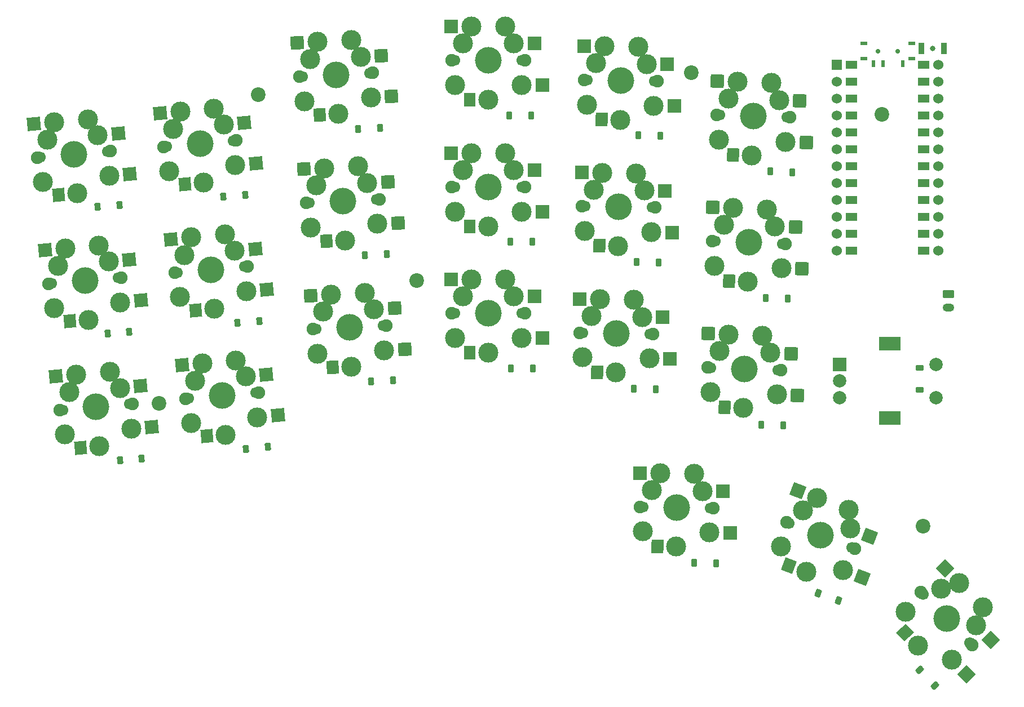
<source format=gts>
G04 #@! TF.GenerationSoftware,KiCad,Pcbnew,8.0.4*
G04 #@! TF.CreationDate,2024-08-27T16:31:29+02:00*
G04 #@! TF.ProjectId,totem_0_3,746f7465-6d5f-4305-9f33-2e6b69636164,0.3*
G04 #@! TF.SameCoordinates,Original*
G04 #@! TF.FileFunction,Soldermask,Top*
G04 #@! TF.FilePolarity,Negative*
%FSLAX46Y46*%
G04 Gerber Fmt 4.6, Leading zero omitted, Abs format (unit mm)*
G04 Created by KiCad (PCBNEW 8.0.4) date 2024-08-27 16:31:29*
%MOMM*%
%LPD*%
G01*
G04 APERTURE LIST*
G04 Aperture macros list*
%AMRoundRect*
0 Rectangle with rounded corners*
0 $1 Rounding radius*
0 $2 $3 $4 $5 $6 $7 $8 $9 X,Y pos of 4 corners*
0 Add a 4 corners polygon primitive as box body*
4,1,4,$2,$3,$4,$5,$6,$7,$8,$9,$2,$3,0*
0 Add four circle primitives for the rounded corners*
1,1,$1+$1,$2,$3*
1,1,$1+$1,$4,$5*
1,1,$1+$1,$6,$7*
1,1,$1+$1,$8,$9*
0 Add four rect primitives between the rounded corners*
20,1,$1+$1,$2,$3,$4,$5,0*
20,1,$1+$1,$4,$5,$6,$7,0*
20,1,$1+$1,$6,$7,$8,$9,0*
20,1,$1+$1,$8,$9,$2,$3,0*%
%AMRotRect*
0 Rectangle, with rotation*
0 The origin of the aperture is its center*
0 $1 length*
0 $2 width*
0 $3 Rotation angle, in degrees counterclockwise*
0 Add horizontal line*
21,1,$1,$2,0,0,$3*%
%AMFreePoly0*
4,1,6,0.600000,0.200000,0.000000,-0.400000,-0.600000,0.200000,-0.600000,0.400000,0.600000,0.400000,0.600000,0.200000,0.600000,0.200000,$1*%
%AMFreePoly1*
4,1,6,0.600000,-0.250000,-0.600000,-0.250000,-0.600000,1.000000,0.000000,0.400000,0.600000,1.000000,0.600000,-0.250000,0.600000,-0.250000,$1*%
G04 Aperture macros list end*
%ADD10C,0.200000*%
%ADD11C,2.200000*%
%ADD12RoundRect,0.225000X0.237950X0.366919X-0.211776X0.382624X-0.237950X-0.366919X0.211776X-0.382624X0*%
%ADD13RoundRect,0.225000X0.426051X0.098645X0.113454X0.422348X-0.426051X-0.098645X-0.113454X-0.422348X0*%
%ADD14C,1.900000*%
%ADD15C,1.700000*%
%ADD16C,3.000000*%
%ADD17C,4.000000*%
%ADD18RotRect,2.000000X2.000000X178.000000*%
%ADD19RotRect,1.800000X2.000000X178.000000*%
%ADD20RoundRect,0.225000X0.205066X0.386262X-0.244318X0.362710X-0.205066X-0.386262X0.244318X-0.362710X0*%
%ADD21RoundRect,0.225000X0.191460X0.393183X-0.256827X0.353963X-0.191460X-0.393183X0.256827X-0.353963X0*%
%ADD22RotRect,2.000000X2.000000X185.000000*%
%ADD23RotRect,1.800000X2.000000X185.000000*%
%ADD24R,0.600000X1.000000*%
%ADD25R,1.000000X0.600000*%
%ADD26R,1.100000X0.600000*%
%ADD27C,0.700000*%
%ADD28RoundRect,0.225000X0.225000X0.375000X-0.225000X0.375000X-0.225000X-0.375000X0.225000X-0.375000X0*%
%ADD29RoundRect,0.225000X0.375000X-0.225000X0.375000X0.225000X-0.375000X0.225000X-0.375000X-0.225000X0*%
%ADD30RotRect,2.000000X2.000000X183.000000*%
%ADD31RotRect,1.800000X2.000000X183.000000*%
%ADD32RoundRect,0.250000X-0.625000X0.350000X-0.625000X-0.350000X0.625000X-0.350000X0.625000X0.350000X0*%
%ADD33O,1.750000X1.200000*%
%ADD34R,2.000000X2.000000*%
%ADD35R,1.800000X2.000000*%
%ADD36RoundRect,0.225000X0.231510X0.371016X-0.218421X0.378870X-0.231510X-0.371016X0.218421X-0.378870X0*%
%ADD37RotRect,2.000000X2.000000X179.000000*%
%ADD38RotRect,1.800000X2.000000X179.000000*%
%ADD39C,1.524000*%
%ADD40FreePoly0,270.000000*%
%ADD41FreePoly0,90.000000*%
%ADD42R,1.524000X1.524000*%
%ADD43FreePoly1,270.000000*%
%ADD44FreePoly1,90.000000*%
%ADD45RotRect,2.000000X2.000000X134.000000*%
%ADD46RotRect,1.800000X2.000000X134.000000*%
%ADD47C,2.000000*%
%ADD48R,3.200000X2.000000*%
%ADD49RotRect,2.000000X2.000000X159.000000*%
%ADD50RotRect,1.800000X2.000000X159.000000*%
%ADD51RoundRect,0.225000X0.344444X0.269460X-0.075668X0.430725X-0.344444X-0.269460X0.075668X-0.430725X0*%
%ADD52C,0.800000*%
%ADD53R,0.900000X1.700000*%
G04 APERTURE END LIST*
D10*
X161085803Y-56155359D02*
X160069803Y-56155359D01*
X160069803Y-55139359D01*
X161085803Y-55139359D01*
X161085803Y-56155359D01*
G36*
X161085803Y-56155359D02*
G01*
X160069803Y-56155359D01*
X160069803Y-55139359D01*
X161085803Y-55139359D01*
X161085803Y-56155359D01*
G37*
X161085803Y-58695359D02*
X160069803Y-58695359D01*
X160069803Y-57679359D01*
X161085803Y-57679359D01*
X161085803Y-58695359D01*
G36*
X161085803Y-58695359D02*
G01*
X160069803Y-58695359D01*
X160069803Y-57679359D01*
X161085803Y-57679359D01*
X161085803Y-58695359D01*
G37*
X161085803Y-61235359D02*
X160069803Y-61235359D01*
X160069803Y-60219359D01*
X161085803Y-60219359D01*
X161085803Y-61235359D01*
G36*
X161085803Y-61235359D02*
G01*
X160069803Y-61235359D01*
X160069803Y-60219359D01*
X161085803Y-60219359D01*
X161085803Y-61235359D01*
G37*
X161085803Y-63775359D02*
X160069803Y-63775359D01*
X160069803Y-62759359D01*
X161085803Y-62759359D01*
X161085803Y-63775359D01*
G36*
X161085803Y-63775359D02*
G01*
X160069803Y-63775359D01*
X160069803Y-62759359D01*
X161085803Y-62759359D01*
X161085803Y-63775359D01*
G37*
X161085803Y-66315359D02*
X160069803Y-66315359D01*
X160069803Y-65299359D01*
X161085803Y-65299359D01*
X161085803Y-66315359D01*
G36*
X161085803Y-66315359D02*
G01*
X160069803Y-66315359D01*
X160069803Y-65299359D01*
X161085803Y-65299359D01*
X161085803Y-66315359D01*
G37*
X161085803Y-68855359D02*
X160069803Y-68855359D01*
X160069803Y-67839359D01*
X161085803Y-67839359D01*
X161085803Y-68855359D01*
G36*
X161085803Y-68855359D02*
G01*
X160069803Y-68855359D01*
X160069803Y-67839359D01*
X161085803Y-67839359D01*
X161085803Y-68855359D01*
G37*
X161085803Y-71395359D02*
X160069803Y-71395359D01*
X160069803Y-70379359D01*
X161085803Y-70379359D01*
X161085803Y-71395359D01*
G36*
X161085803Y-71395359D02*
G01*
X160069803Y-71395359D01*
X160069803Y-70379359D01*
X161085803Y-70379359D01*
X161085803Y-71395359D01*
G37*
X161085803Y-73935360D02*
X160069803Y-73935359D01*
X160069803Y-72919359D01*
X161085803Y-72919359D01*
X161085803Y-73935360D01*
G36*
X161085803Y-73935360D02*
G01*
X160069803Y-73935359D01*
X160069803Y-72919359D01*
X161085803Y-72919359D01*
X161085803Y-73935360D01*
G37*
X161085803Y-76475359D02*
X160069803Y-76475359D01*
X160069803Y-75459359D01*
X161085803Y-75459359D01*
X161085803Y-76475359D01*
G36*
X161085803Y-76475359D02*
G01*
X160069803Y-76475359D01*
X160069803Y-75459359D01*
X161085803Y-75459359D01*
X161085803Y-76475359D01*
G37*
X161085803Y-79015359D02*
X160069803Y-79015359D01*
X160069803Y-77999359D01*
X161085803Y-77999359D01*
X161085803Y-79015359D01*
G36*
X161085803Y-79015359D02*
G01*
X160069803Y-79015359D01*
X160069803Y-77999359D01*
X161085803Y-77999359D01*
X161085803Y-79015359D01*
G37*
X161085803Y-81555359D02*
X160069803Y-81555359D01*
X160069803Y-80539359D01*
X161085803Y-80539359D01*
X161085803Y-81555359D01*
G36*
X161085803Y-81555359D02*
G01*
X160069803Y-81555359D01*
X160069803Y-80539359D01*
X161085803Y-80539359D01*
X161085803Y-81555359D01*
G37*
X161085803Y-84095359D02*
X160069803Y-84095359D01*
X160069804Y-83079359D01*
X161085803Y-83079359D01*
X161085803Y-84095359D01*
G36*
X161085803Y-84095359D02*
G01*
X160069803Y-84095359D01*
X160069804Y-83079359D01*
X161085803Y-83079359D01*
X161085803Y-84095359D01*
G37*
X172261802Y-56155359D02*
X171245803Y-56155359D01*
X171245803Y-55139359D01*
X172261803Y-55139359D01*
X172261802Y-56155359D01*
G36*
X172261802Y-56155359D02*
G01*
X171245803Y-56155359D01*
X171245803Y-55139359D01*
X172261803Y-55139359D01*
X172261802Y-56155359D01*
G37*
X172261803Y-58695359D02*
X171245803Y-58695359D01*
X171245803Y-57679359D01*
X172261803Y-57679359D01*
X172261803Y-58695359D01*
G36*
X172261803Y-58695359D02*
G01*
X171245803Y-58695359D01*
X171245803Y-57679359D01*
X172261803Y-57679359D01*
X172261803Y-58695359D01*
G37*
X172261803Y-61235359D02*
X171245803Y-61235359D01*
X171245803Y-60219359D01*
X172261803Y-60219359D01*
X172261803Y-61235359D01*
G36*
X172261803Y-61235359D02*
G01*
X171245803Y-61235359D01*
X171245803Y-60219359D01*
X172261803Y-60219359D01*
X172261803Y-61235359D01*
G37*
X172261803Y-63775359D02*
X171245803Y-63775359D01*
X171245803Y-62759359D01*
X172261803Y-62759359D01*
X172261803Y-63775359D01*
G36*
X172261803Y-63775359D02*
G01*
X171245803Y-63775359D01*
X171245803Y-62759359D01*
X172261803Y-62759359D01*
X172261803Y-63775359D01*
G37*
X172261803Y-65299359D02*
X172261803Y-66315359D01*
X171245803Y-66315359D01*
X171245803Y-65299358D01*
X172261803Y-65299359D01*
G36*
X172261803Y-65299359D02*
G01*
X172261803Y-66315359D01*
X171245803Y-66315359D01*
X171245803Y-65299358D01*
X172261803Y-65299359D01*
G37*
X172261803Y-68855359D02*
X171245803Y-68855359D01*
X171245803Y-67839359D01*
X172261803Y-67839359D01*
X172261803Y-68855359D01*
G36*
X172261803Y-68855359D02*
G01*
X171245803Y-68855359D01*
X171245803Y-67839359D01*
X172261803Y-67839359D01*
X172261803Y-68855359D01*
G37*
X172261803Y-71395359D02*
X171245803Y-71395359D01*
X171245803Y-70379359D01*
X172261803Y-70379359D01*
X172261803Y-71395359D01*
G36*
X172261803Y-71395359D02*
G01*
X171245803Y-71395359D01*
X171245803Y-70379359D01*
X172261803Y-70379359D01*
X172261803Y-71395359D01*
G37*
X172261803Y-73935359D02*
X171245803Y-73935359D01*
X171245803Y-72919359D01*
X172261803Y-72919359D01*
X172261803Y-73935359D01*
G36*
X172261803Y-73935359D02*
G01*
X171245803Y-73935359D01*
X171245803Y-72919359D01*
X172261803Y-72919359D01*
X172261803Y-73935359D01*
G37*
X172261803Y-76475359D02*
X171245803Y-76475359D01*
X171245803Y-75459359D01*
X172261803Y-75459359D01*
X172261803Y-76475359D01*
G36*
X172261803Y-76475359D02*
G01*
X171245803Y-76475359D01*
X171245803Y-75459359D01*
X172261803Y-75459359D01*
X172261803Y-76475359D01*
G37*
X172261803Y-79015359D02*
X171245803Y-79015359D01*
X171245803Y-77999359D01*
X172261803Y-77999359D01*
X172261803Y-79015359D01*
G36*
X172261803Y-79015359D02*
G01*
X171245803Y-79015359D01*
X171245803Y-77999359D01*
X172261803Y-77999359D01*
X172261803Y-79015359D01*
G37*
X172261803Y-81555359D02*
X171245803Y-81555359D01*
X171245803Y-80539359D01*
X172261803Y-80539359D01*
X172261803Y-81555359D01*
G36*
X172261803Y-81555359D02*
G01*
X171245803Y-81555359D01*
X171245803Y-80539359D01*
X172261803Y-80539359D01*
X172261803Y-81555359D01*
G37*
X172261803Y-84095359D02*
X171245803Y-84095359D01*
X171245803Y-83079359D01*
X172261803Y-83079359D01*
X172261803Y-84095359D01*
G36*
X172261803Y-84095359D02*
G01*
X171245803Y-84095359D01*
X171245803Y-83079359D01*
X172261803Y-83079359D01*
X172261803Y-84095359D01*
G37*
D11*
X95440800Y-88088400D03*
X165265400Y-63145600D03*
X136665000Y-56846400D03*
X171463000Y-125045400D03*
X56756600Y-106528800D03*
X71666400Y-60199200D03*
D12*
X150443764Y-109876821D03*
X147145774Y-109761653D03*
D13*
X173227579Y-149022003D03*
X170935207Y-146648181D03*
D14*
X139154668Y-101186064D03*
D15*
X139574413Y-101200722D03*
D16*
X139525236Y-104901260D03*
X140932284Y-98706591D03*
X142290155Y-96212461D03*
D17*
X144651318Y-101378011D03*
D16*
X144445411Y-107274417D03*
X147367060Y-96389750D03*
X148547642Y-98972525D03*
X149519144Y-105250255D03*
D15*
X149728223Y-101555300D03*
D14*
X150147968Y-101569958D03*
D18*
X139232019Y-96105668D03*
X152617256Y-105358442D03*
D19*
X141647117Y-107176698D03*
D18*
X151635759Y-99080365D03*
D20*
X89900106Y-65168417D03*
X86604628Y-65341125D03*
D21*
X54162291Y-114840647D03*
X50874849Y-115128261D03*
D14*
X57427684Y-68017449D03*
D15*
X57846086Y-67980843D03*
D16*
X58248258Y-71659791D03*
X58889878Y-65339821D03*
X59933669Y-62698799D03*
D17*
X62906755Y-67538092D03*
D16*
X63420974Y-73415641D03*
X64994338Y-62256047D03*
X66480881Y-64675694D03*
X68210205Y-70788234D03*
D15*
X67967424Y-67095341D03*
D14*
X68385826Y-67058735D03*
D22*
X56885314Y-62965495D03*
X71298408Y-70518051D03*
D23*
X60631629Y-73659677D03*
D22*
X69559123Y-64406383D03*
D12*
X151185638Y-90815700D03*
X147887648Y-90700532D03*
D24*
X163988400Y-55492400D03*
X165488400Y-55492400D03*
X168388400Y-55492400D03*
D25*
X162588400Y-54785400D03*
D26*
X169788400Y-54785400D03*
D27*
X164738400Y-53642400D03*
X167638400Y-53642400D03*
D26*
X162588400Y-52499400D03*
D25*
X169788400Y-52499400D03*
D28*
X112850096Y-101354821D03*
X109550096Y-101354821D03*
D29*
X170980400Y-104495800D03*
X170980400Y-101195800D03*
D14*
X77866346Y-57477196D03*
D15*
X78285770Y-57455215D03*
D16*
X78559303Y-61145957D03*
X79421096Y-54852229D03*
X80556422Y-52249243D03*
D17*
X83358808Y-57189348D03*
D16*
X83667590Y-63081262D03*
X85629460Y-51983377D03*
X87030653Y-54453429D03*
X88545599Y-60622597D03*
D15*
X88431846Y-56923481D03*
D14*
X88851270Y-56901500D03*
D30*
X77500616Y-52409391D03*
X91641350Y-60460356D03*
D31*
X80871427Y-63227803D03*
D30*
X90116418Y-54291711D03*
D32*
X175298400Y-90145800D03*
D33*
X175298400Y-92145800D03*
D12*
X151823317Y-71827187D03*
X148525327Y-71712019D03*
D28*
X112596095Y-63280222D03*
X109296095Y-63280222D03*
D20*
X90951349Y-84142363D03*
X87655871Y-84315071D03*
D14*
X100721522Y-74041942D03*
D15*
X101141522Y-74041942D03*
D16*
X101221522Y-77741942D03*
X102411522Y-71501942D03*
X103681522Y-68961942D03*
D17*
X106221522Y-74041942D03*
D16*
X106221522Y-79941942D03*
X108761522Y-68961942D03*
X110031522Y-71501942D03*
X111221522Y-77741942D03*
D15*
X111301522Y-74041942D03*
D14*
X111721522Y-74041942D03*
D34*
X100621522Y-68961942D03*
X114321522Y-77741942D03*
D35*
X103421522Y-79941942D03*
D34*
X113121522Y-71501942D03*
D21*
X71820521Y-94167593D03*
X68533079Y-94455207D03*
D36*
X131324436Y-104408977D03*
X128024938Y-104351383D03*
D14*
X140480850Y-63209210D03*
D15*
X140900595Y-63223868D03*
D16*
X140851418Y-66924406D03*
X142258466Y-60729737D03*
X143616337Y-58235607D03*
D17*
X145977500Y-63401157D03*
D16*
X145771593Y-69297563D03*
X148693242Y-58412896D03*
X149873824Y-60995671D03*
X150845326Y-67273401D03*
D15*
X151054405Y-63578446D03*
D14*
X151474150Y-63593104D03*
D18*
X140558201Y-58128814D03*
X153943438Y-67381588D03*
D19*
X142973299Y-69199844D03*
D18*
X152961941Y-61103511D03*
D36*
X131988929Y-66340177D03*
X128689431Y-66282583D03*
D14*
X40155945Y-88601105D03*
D15*
X40574347Y-88564499D03*
D16*
X40976519Y-92243447D03*
X41618139Y-85923477D03*
X42661930Y-83282455D03*
D17*
X45635016Y-88121748D03*
D16*
X46149235Y-93999297D03*
X47722599Y-82839703D03*
X49209142Y-85259350D03*
X50938466Y-91371890D03*
D15*
X50695685Y-87678997D03*
D14*
X51114087Y-87642391D03*
D22*
X39613575Y-83549151D03*
X54026669Y-91101707D03*
D23*
X43359890Y-94243333D03*
D22*
X52287384Y-84990039D03*
D20*
X91857728Y-103105901D03*
X88562250Y-103278609D03*
D21*
X73050737Y-113114114D03*
X69763295Y-113401728D03*
D14*
X100721521Y-55041941D03*
D15*
X101141521Y-55041941D03*
D16*
X101221521Y-58741941D03*
X102411521Y-52501941D03*
X103681521Y-49961941D03*
D17*
X106221521Y-55041941D03*
D16*
X106221521Y-60941941D03*
X108761521Y-49961941D03*
X110031521Y-52501941D03*
X111221521Y-58741941D03*
D15*
X111301521Y-55041941D03*
D14*
X111721521Y-55041941D03*
D34*
X100621521Y-49961941D03*
X114321521Y-58741941D03*
D35*
X103421521Y-60941941D03*
D34*
X113121521Y-52501941D03*
D14*
X120605548Y-57951737D03*
D15*
X121025484Y-57959067D03*
D16*
X121040898Y-61659899D03*
X122339619Y-55441618D03*
X123653755Y-52924170D03*
D17*
X126104710Y-58047725D03*
D16*
X126001741Y-63946826D03*
X128732981Y-53012828D03*
X129958459Y-55574606D03*
X131039375Y-61834424D03*
D15*
X131183936Y-58136383D03*
D14*
X131603872Y-58143713D03*
D37*
X120594221Y-52870765D03*
X134138902Y-61888526D03*
D38*
X123202167Y-63897960D03*
D37*
X133047988Y-55628533D03*
D21*
X52292906Y-95804938D03*
X49005464Y-96092552D03*
D39*
X173785803Y-55647359D03*
D40*
X172007803Y-55647359D03*
D41*
X160323803Y-55647359D03*
D39*
X158545803Y-55647359D03*
D42*
X158545803Y-55647359D03*
D39*
X173785803Y-58187359D03*
D40*
X172007803Y-58187359D03*
D41*
X160323803Y-58187359D03*
D39*
X158545803Y-58187359D03*
X173785803Y-60727359D03*
D40*
X172007803Y-60727359D03*
D41*
X160323803Y-60727359D03*
D39*
X158545803Y-60727359D03*
X173785803Y-63267359D03*
D41*
X160323803Y-63267359D03*
D39*
X158545803Y-63267359D03*
D40*
X172007803Y-63267360D03*
D39*
X173785803Y-65807359D03*
D40*
X172007803Y-65807359D03*
D41*
X160323803Y-65807359D03*
D39*
X158545803Y-65807359D03*
X173785803Y-68347359D03*
D40*
X172007803Y-68347359D03*
D41*
X160323803Y-68347359D03*
D39*
X158545803Y-68347359D03*
X173785803Y-70887359D03*
D40*
X172007803Y-70887359D03*
D41*
X160323803Y-70887359D03*
D39*
X158545803Y-70887359D03*
X173785803Y-73427359D03*
D40*
X172007803Y-73427359D03*
D41*
X160323803Y-73427359D03*
D39*
X158545803Y-73427359D03*
D41*
X160323803Y-75967358D03*
D39*
X173785803Y-75967359D03*
D40*
X172007803Y-75967359D03*
D39*
X158545803Y-75967359D03*
X173785803Y-78507359D03*
D40*
X172007803Y-78507359D03*
D41*
X160323803Y-78507359D03*
D39*
X158545803Y-78507359D03*
X173785803Y-81047359D03*
D40*
X172007803Y-81047359D03*
D41*
X160323803Y-81047359D03*
D39*
X158545803Y-81047359D03*
X173785803Y-83587359D03*
D40*
X172007803Y-83587359D03*
D41*
X160323803Y-83587359D03*
D39*
X158545803Y-83587359D03*
D43*
X170991803Y-55647359D03*
X170991803Y-58187359D03*
X170991803Y-60727359D03*
X170991803Y-63267359D03*
X170991803Y-65807359D03*
X170991803Y-68347359D03*
X170991803Y-70887359D03*
X170991803Y-73427359D03*
X170991803Y-75967359D03*
X170991803Y-78507359D03*
X170991803Y-81047359D03*
X170991803Y-83587359D03*
D44*
X161339803Y-83587359D03*
X161339803Y-81047359D03*
X161339803Y-78507359D03*
X161339803Y-75967359D03*
X161339803Y-73427359D03*
X161339803Y-70887359D03*
X161339803Y-68347359D03*
X161339803Y-65807359D03*
X161339803Y-63267359D03*
X161339803Y-60727359D03*
X161339803Y-58187359D03*
X161339803Y-55647359D03*
D14*
X128987148Y-122107790D03*
D15*
X129407084Y-122115120D03*
D16*
X129422498Y-125815952D03*
X130721219Y-119597671D03*
X132035355Y-117080223D03*
D17*
X134486310Y-122203778D03*
D16*
X134383341Y-128102879D03*
X137114581Y-117168881D03*
X138340059Y-119730659D03*
X139420975Y-125990477D03*
D15*
X139565536Y-122292436D03*
D14*
X139985472Y-122299766D03*
D37*
X128975821Y-117026818D03*
X142520502Y-126044579D03*
D38*
X131583767Y-128054013D03*
D37*
X141429588Y-119784586D03*
D21*
X50795456Y-76762961D03*
X47508014Y-77050575D03*
D14*
X78860731Y-76451153D03*
D15*
X79280155Y-76429172D03*
D16*
X79553688Y-80119914D03*
X80415481Y-73826186D03*
X81550807Y-71223200D03*
D17*
X84353193Y-76163305D03*
D16*
X84661975Y-82055219D03*
X86623845Y-70957334D03*
X88025038Y-73427386D03*
X89539984Y-79596554D03*
D15*
X89426231Y-75897438D03*
D14*
X89845655Y-75875457D03*
D30*
X78495001Y-71383348D03*
X92635735Y-79434313D03*
D31*
X81865812Y-82201760D03*
D30*
X91110803Y-73265668D03*
D14*
X171169454Y-134955226D03*
D15*
X171461210Y-135257349D03*
D16*
X168855226Y-137885132D03*
X174170550Y-134406478D03*
X176879889Y-133555607D03*
D17*
X174990075Y-138911595D03*
D16*
X170745970Y-143010079D03*
X180408753Y-137209854D03*
X179463846Y-139887847D03*
X175801810Y-145078530D03*
D15*
X178518940Y-142565841D03*
D14*
X178810696Y-142867964D03*
D45*
X174754234Y-131354428D03*
X177955251Y-147308483D03*
D46*
X168800927Y-140995928D03*
D45*
X181610341Y-142110607D03*
D14*
X139817759Y-82197639D03*
D15*
X140237504Y-82212297D03*
D16*
X140188327Y-85912835D03*
X141595375Y-79718166D03*
X142953246Y-77224036D03*
D17*
X145314409Y-82389586D03*
D16*
X145108502Y-88285992D03*
X148030151Y-77401325D03*
X149210733Y-79984100D03*
X150182235Y-86261830D03*
D15*
X150391314Y-82566875D03*
D14*
X150811059Y-82581533D03*
D18*
X139895110Y-77117243D03*
X153280347Y-86370017D03*
D19*
X142310208Y-88188273D03*
D18*
X152298850Y-80091940D03*
D34*
X158955200Y-100701400D03*
D47*
X158955200Y-105701400D03*
X158955200Y-103201400D03*
D48*
X166455200Y-97601400D03*
X166455200Y-108801400D03*
D47*
X173455200Y-105701400D03*
X173455200Y-100701400D03*
D14*
X41816262Y-107578614D03*
D15*
X42234664Y-107542008D03*
D16*
X42636836Y-111220956D03*
X43278456Y-104900986D03*
X44322247Y-102259964D03*
D17*
X47295333Y-107099257D03*
D16*
X47809552Y-112976806D03*
X49382916Y-101817212D03*
X50869459Y-104236859D03*
X52598783Y-110349399D03*
D15*
X52356002Y-106656506D03*
D14*
X52774404Y-106619900D03*
D22*
X41273892Y-102526660D03*
X55686986Y-110079216D03*
D23*
X45020207Y-113220842D03*
D22*
X53947701Y-103967548D03*
D14*
X60739601Y-105872848D03*
D15*
X61158003Y-105836242D03*
D16*
X61560175Y-109515190D03*
X62201795Y-103195220D03*
X63245586Y-100554198D03*
D17*
X66218672Y-105393491D03*
D16*
X66732891Y-111271040D03*
X68306255Y-100111446D03*
X69792798Y-102531093D03*
X71522122Y-108643633D03*
D15*
X71279341Y-104950740D03*
D14*
X71697743Y-104914134D03*
D22*
X60197231Y-100820894D03*
X74610325Y-108373450D03*
D23*
X63943546Y-111515076D03*
D22*
X72871040Y-102261782D03*
D14*
X100721519Y-93041939D03*
D15*
X101141519Y-93041939D03*
D16*
X101221519Y-96741939D03*
X102411519Y-90501939D03*
X103681519Y-87961939D03*
D17*
X106221519Y-93041939D03*
D16*
X106221519Y-98941939D03*
X108761519Y-87961939D03*
X110031519Y-90501939D03*
X111221519Y-96741939D03*
D15*
X111301519Y-93041939D03*
D14*
X111721519Y-93041939D03*
D34*
X100621519Y-87961939D03*
X114321519Y-96741939D03*
D35*
X103421519Y-98941939D03*
D34*
X113121519Y-90501939D03*
D21*
X69682820Y-75238017D03*
X66395378Y-75525631D03*
D14*
X79855113Y-95425119D03*
D15*
X80274537Y-95403138D03*
D16*
X80548070Y-99093880D03*
X81409863Y-92800152D03*
X82545189Y-90197166D03*
D17*
X85347575Y-95137271D03*
D16*
X85656357Y-101029185D03*
X87618227Y-89931300D03*
X89019420Y-92401352D03*
X90534366Y-98570520D03*
D15*
X90420613Y-94871404D03*
D14*
X90840037Y-94849423D03*
D30*
X79489383Y-90357314D03*
X93630117Y-98408279D03*
D31*
X82860194Y-101175726D03*
D30*
X92105185Y-92239634D03*
D14*
X150957882Y-124432589D03*
D15*
X151349985Y-124583104D03*
D16*
X150098710Y-128066021D03*
X153445887Y-122666937D03*
X155541789Y-120750770D03*
D17*
X156092574Y-126403613D03*
D16*
X153978203Y-131911738D03*
X160284377Y-122571279D03*
X160559770Y-125397701D03*
X159434515Y-131649700D03*
D15*
X160835163Y-128224122D03*
D14*
X161227266Y-128374637D03*
D49*
X152685033Y-119654164D03*
X162328613Y-132760641D03*
D50*
X151364178Y-130908307D03*
D49*
X163444534Y-126505058D03*
D36*
X131732648Y-85388606D03*
X128433150Y-85331012D03*
D51*
X158798438Y-136239116D03*
X155717624Y-135056502D03*
D36*
X140368658Y-130580408D03*
X137069160Y-130522814D03*
D14*
X38495628Y-69623596D03*
D15*
X38914030Y-69586990D03*
D16*
X39316202Y-73265938D03*
X39957822Y-66945968D03*
X41001613Y-64304946D03*
D17*
X43974699Y-69144239D03*
D16*
X44488918Y-75021788D03*
X46062282Y-63862194D03*
X47548825Y-66281841D03*
X49278149Y-72394381D03*
D15*
X49035368Y-68701488D03*
D14*
X49453770Y-68664882D03*
D22*
X37953258Y-64571642D03*
X52366352Y-72124198D03*
D23*
X41699573Y-75265824D03*
D22*
X50627067Y-66012530D03*
D28*
X112780634Y-82265360D03*
X109480634Y-82265360D03*
D14*
X119942360Y-95945954D03*
D15*
X120362296Y-95953284D03*
D16*
X120377710Y-99654116D03*
X121676431Y-93435835D03*
X122990567Y-90918387D03*
D17*
X125441522Y-96041942D03*
D16*
X125338553Y-101941043D03*
X128069793Y-91007045D03*
X129295271Y-93568823D03*
X130376187Y-99828641D03*
D15*
X130520748Y-96130600D03*
D14*
X130940684Y-96137930D03*
D37*
X119931033Y-90864982D03*
X133475714Y-99882743D03*
D38*
X122538979Y-101892177D03*
D37*
X132384800Y-93622750D03*
D14*
X120273954Y-76948846D03*
D15*
X120693890Y-76956176D03*
D16*
X120709304Y-80657008D03*
X122008025Y-74438727D03*
X123322161Y-71921279D03*
D17*
X125773116Y-77044834D03*
D16*
X125670147Y-82943935D03*
X128401387Y-72009937D03*
X129626865Y-74571715D03*
X130707781Y-80831533D03*
D15*
X130852342Y-77133492D03*
D14*
X131272278Y-77140822D03*
D37*
X120262627Y-71867874D03*
X133807308Y-80885635D03*
D38*
X122870573Y-82895069D03*
D37*
X132716394Y-74625642D03*
D14*
X59083641Y-86945149D03*
D15*
X59502043Y-86908543D03*
D16*
X59904215Y-90587491D03*
X60545835Y-84267521D03*
X61589626Y-81626499D03*
D17*
X64562712Y-86465792D03*
D16*
X65076931Y-92343341D03*
X66650295Y-81183747D03*
X68136838Y-83603394D03*
X69866162Y-89715934D03*
D15*
X69623381Y-86023041D03*
D14*
X70041783Y-85986435D03*
D22*
X58541271Y-81893195D03*
X72954365Y-89445751D03*
D23*
X62287586Y-92587377D03*
D22*
X71215080Y-83334083D03*
D52*
X172894400Y-53188800D03*
D53*
X171194400Y-53188800D03*
X174594400Y-53188800D03*
D27*
X167638400Y-53642400D03*
X164738400Y-53642400D03*
D52*
X172894400Y-53188800D03*
M02*

</source>
